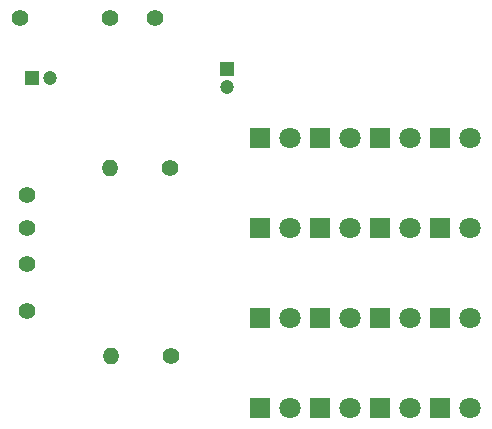
<source format=gbr>
G04 #@! TF.GenerationSoftware,KiCad,Pcbnew,(5.0.1)-3*
G04 #@! TF.CreationDate,2018-10-20T23:17:48-07:00*
G04 #@! TF.ProjectId,ODKB_Board,4F444B425F426F6172642E6B69636164,rev?*
G04 #@! TF.SameCoordinates,Original*
G04 #@! TF.FileFunction,Soldermask,Bot*
G04 #@! TF.FilePolarity,Negative*
%FSLAX46Y46*%
G04 Gerber Fmt 4.6, Leading zero omitted, Abs format (unit mm)*
G04 Created by KiCad (PCBNEW (5.0.1)-3) date 10/20/2018 11:17:48 PM*
%MOMM*%
%LPD*%
G01*
G04 APERTURE LIST*
%ADD10C,1.400000*%
%ADD11C,1.200000*%
%ADD12R,1.200000X1.200000*%
%ADD13R,1.800000X1.800000*%
%ADD14C,1.800000*%
%ADD15O,1.400000X1.400000*%
G04 APERTURE END LIST*
D10*
G04 #@! TO.C,J2*
X51308000Y-36068000D03*
G04 #@! TD*
G04 #@! TO.C,J7*
X51943000Y-60833000D03*
G04 #@! TD*
G04 #@! TO.C,J6*
X51943000Y-56896000D03*
G04 #@! TD*
G04 #@! TO.C,J5*
X51943000Y-53848000D03*
G04 #@! TD*
G04 #@! TO.C,J4*
X51943000Y-51054000D03*
G04 #@! TD*
G04 #@! TO.C,J3*
X58928000Y-36068000D03*
G04 #@! TD*
G04 #@! TO.C,J1*
X62738000Y-36068000D03*
G04 #@! TD*
D11*
G04 #@! TO.C,C1*
X53848000Y-41148000D03*
D12*
X52348000Y-41148000D03*
G04 #@! TD*
G04 #@! TO.C,C2*
X68834000Y-40386000D03*
D11*
X68834000Y-41886000D03*
G04 #@! TD*
D13*
G04 #@! TO.C,D1*
X71628000Y-46228000D03*
D14*
X74168000Y-46228000D03*
G04 #@! TD*
G04 #@! TO.C,D2*
X79248000Y-46228000D03*
D13*
X76708000Y-46228000D03*
G04 #@! TD*
D14*
G04 #@! TO.C,D3*
X84328000Y-46228000D03*
D13*
X81788000Y-46228000D03*
G04 #@! TD*
D14*
G04 #@! TO.C,D4*
X89408000Y-46228000D03*
D13*
X86868000Y-46228000D03*
G04 #@! TD*
D14*
G04 #@! TO.C,D5*
X74168000Y-53848000D03*
D13*
X71628000Y-53848000D03*
G04 #@! TD*
G04 #@! TO.C,D6*
X76708000Y-53848000D03*
D14*
X79248000Y-53848000D03*
G04 #@! TD*
D13*
G04 #@! TO.C,D7*
X81788000Y-53848000D03*
D14*
X84328000Y-53848000D03*
G04 #@! TD*
D13*
G04 #@! TO.C,D8*
X86868000Y-53848000D03*
D14*
X89408000Y-53848000D03*
G04 #@! TD*
D13*
G04 #@! TO.C,D9*
X71628000Y-61468000D03*
D14*
X74168000Y-61468000D03*
G04 #@! TD*
G04 #@! TO.C,D10*
X79248000Y-61468000D03*
D13*
X76708000Y-61468000D03*
G04 #@! TD*
D14*
G04 #@! TO.C,D11*
X84328000Y-61468000D03*
D13*
X81788000Y-61468000D03*
G04 #@! TD*
D14*
G04 #@! TO.C,D12*
X89408000Y-61468000D03*
D13*
X86868000Y-61468000D03*
G04 #@! TD*
D14*
G04 #@! TO.C,D13*
X74168000Y-69088000D03*
D13*
X71628000Y-69088000D03*
G04 #@! TD*
G04 #@! TO.C,D14*
X76708000Y-69088000D03*
D14*
X79248000Y-69088000D03*
G04 #@! TD*
D13*
G04 #@! TO.C,D15*
X81788000Y-69088000D03*
D14*
X84328000Y-69088000D03*
G04 #@! TD*
D13*
G04 #@! TO.C,D16*
X86868000Y-69088000D03*
D14*
X89408000Y-69088000D03*
G04 #@! TD*
D15*
G04 #@! TO.C,R1*
X58928000Y-48768000D03*
D10*
X64008000Y-48768000D03*
G04 #@! TD*
G04 #@! TO.C,R2*
X64071005Y-64653839D03*
D15*
X58991005Y-64653839D03*
G04 #@! TD*
M02*

</source>
